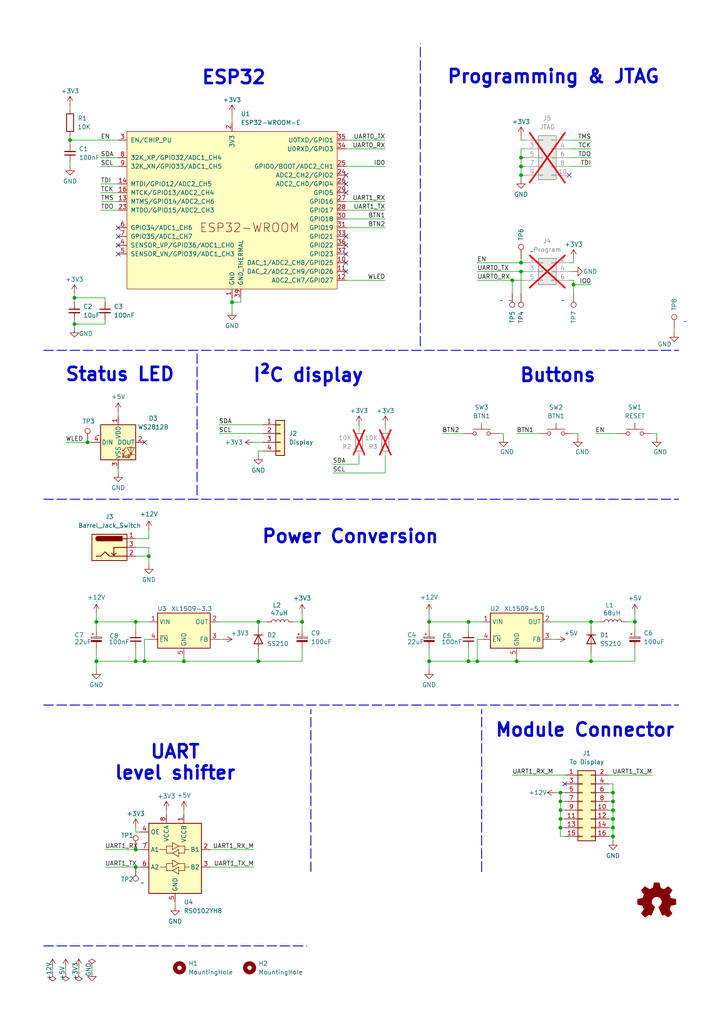
<source format=kicad_sch>
(kicad_sch (version 20231120) (generator "eeschema") (generator_version "8.0")
  (paper "A4" portrait)
  (title_block (title "Controller") (date "${DATE}") (rev "2.0.4 DEV") (company "OpenFlap") (comment 1 "${GIT_TAG}") (comment 2 "Repo: github.com/ToonVanEyck/OpenFlap") (comment 3 "Designer: Toon Van Eyck"))
  (lib_symbols
    (symbol "Connector:Barrel_Jack_Switch" (pin_names hide)
      (property "Reference" "J" (at 0 5.334 0))
      (property "Value" "Barrel_Jack_Switch" (at 0 -5.08 0))
      (symbol "Barrel_Jack_Switch_1_1"
        (pin passive line (at 7.62 2.54 180) (length 2.54) (name "~") (number "1"))
        (pin passive line (at 7.62 -2.54 180) (length 2.54) (name "~") (number "2"))
        (pin passive line (at 7.62 0 180) (length 2.54) (name "~") (number "3"))
      )
    )
    (symbol "Connector:TestPoint" (pin_numbers hide) (pin_names (offset 0.762) hide)
      (property "Reference" "TP" (at 0 6.858 0))
      (property "Value" "TestPoint" (at 0 5.08 0))
      (symbol "TestPoint_1_1"
        (pin passive line (at 0 0 90) (length 2.54) (name "1") (number "1"))
      )
    )
    (symbol "Connector_Generic:Conn_01x04" (pin_names (offset 1.016) hide)
      (property "Reference" "J" (at 0 5.08 0))
      (property "Value" "Conn_01x04" (at 0 -7.62 0))
      (symbol "Conn_01x04_1_1"
        (pin passive line (at -5.08 2.54 0) (length 3.81) (name "Pin_1") (number "1"))
        (pin passive line (at -5.08 0 0) (length 3.81) (name "Pin_2") (number "2"))
        (pin passive line (at -5.08 -2.54 0) (length 3.81) (name "Pin_3") (number "3"))
        (pin passive line (at -5.08 -5.08 0) (length 3.81) (name "Pin_4") (number "4"))
      )
    )
    (symbol "Connector_Generic:Conn_02x03_Odd_Even" (pin_names (offset 1.016) hide)
      (property "Reference" "J" (at 1.27 5.08 0))
      (property "Value" "Conn_02x03_Odd_Even" (at 1.27 -5.08 0))
      (symbol "Conn_02x03_Odd_Even_1_1"
        (pin passive line (at -5.08 2.54 0) (length 3.81) (name "Pin_1") (number "1"))
        (pin passive line (at 7.62 2.54 180) (length 3.81) (name "Pin_2") (number "2"))
        (pin passive line (at -5.08 0 0) (length 3.81) (name "Pin_3") (number "3"))
        (pin passive line (at 7.62 0 180) (length 3.81) (name "Pin_4") (number "4"))
        (pin passive line (at -5.08 -2.54 0) (length 3.81) (name "Pin_5") (number "5"))
        (pin passive line (at 7.62 -2.54 180) (length 3.81) (name "Pin_6") (number "6"))
      )
    )
    (symbol "Connector_Generic:Conn_02x05_Odd_Even" (pin_names (offset 1.016) hide)
      (property "Reference" "J" (at 1.27 7.62 0))
      (property "Value" "Conn_02x05_Odd_Even" (at 1.27 -7.62 0))
      (symbol "Conn_02x05_Odd_Even_1_1"
        (pin passive line (at -5.08 5.08 0) (length 3.81) (name "Pin_1") (number "1"))
        (pin passive line (at 7.62 -5.08 180) (length 3.81) (name "Pin_10") (number "10"))
        (pin passive line (at 7.62 5.08 180) (length 3.81) (name "Pin_2") (number "2"))
        (pin passive line (at -5.08 2.54 0) (length 3.81) (name "Pin_3") (number "3"))
        (pin passive line (at 7.62 2.54 180) (length 3.81) (name "Pin_4") (number "4"))
        (pin passive line (at -5.08 0 0) (length 3.81) (name "Pin_5") (number "5"))
        (pin passive line (at 7.62 0 180) (length 3.81) (name "Pin_6") (number "6"))
        (pin passive line (at -5.08 -2.54 0) (length 3.81) (name "Pin_7") (number "7"))
        (pin passive line (at 7.62 -2.54 180) (length 3.81) (name "Pin_8") (number "8"))
        (pin passive line (at -5.08 -5.08 0) (length 3.81) (name "Pin_9") (number "9"))
      )
    )
    (symbol "Connector_Generic:Conn_02x08_Odd_Even" (pin_names (offset 1.016) hide)
      (property "Reference" "J" (at 1.27 10.16 0))
      (property "Value" "Conn_02x08_Odd_Even" (at 1.27 -12.7 0))
      (symbol "Conn_02x08_Odd_Even_1_1"
        (pin passive line (at -5.08 7.62 0) (length 3.81) (name "Pin_1") (number "1"))
        (pin passive line (at 7.62 -2.54 180) (length 3.81) (name "Pin_10") (number "10"))
        (pin passive line (at -5.08 -5.08 0) (length 3.81) (name "Pin_11") (number "11"))
        (pin passive line (at 7.62 -5.08 180) (length 3.81) (name "Pin_12") (number "12"))
        (pin passive line (at -5.08 -7.62 0) (length 3.81) (name "Pin_13") (number "13"))
        (pin passive line (at 7.62 -7.62 180) (length 3.81) (name "Pin_14") (number "14"))
        (pin passive line (at -5.08 -10.16 0) (length 3.81) (name "Pin_15") (number "15"))
        (pin passive line (at 7.62 -10.16 180) (length 3.81) (name "Pin_16") (number "16"))
        (pin passive line (at 7.62 7.62 180) (length 3.81) (name "Pin_2") (number "2"))
        (pin passive line (at -5.08 5.08 0) (length 3.81) (name "Pin_3") (number "3"))
        (pin passive line (at 7.62 5.08 180) (length 3.81) (name "Pin_4") (number "4"))
        (pin passive line (at -5.08 2.54 0) (length 3.81) (name "Pin_5") (number "5"))
        (pin passive line (at 7.62 2.54 180) (length 3.81) (name "Pin_6") (number "6"))
        (pin passive line (at -5.08 0 0) (length 3.81) (name "Pin_7") (number "7"))
        (pin passive line (at 7.62 0 180) (length 3.81) (name "Pin_8") (number "8"))
        (pin passive line (at -5.08 -2.54 0) (length 3.81) (name "Pin_9") (number "9"))
      )
    )
    (symbol "Device:C_Polarized_Small" (pin_numbers hide) (pin_names (offset 0.254) hide)
      (property "Reference" "C" (at 0.254 1.778 0))
      (property "Value" "C_Polarized_Small" (at 0.254 -2.032 0))
      (symbol "C_Polarized_Small_1_1"
        (pin passive line (at 0 2.54 270) (length 1.8542) (name "~") (number "1"))
        (pin passive line (at 0 -2.54 90) (length 1.8542) (name "~") (number "2"))
      )
    )
    (symbol "Device:C_Small" (pin_numbers hide) (pin_names (offset 0.254) hide)
      (property "Reference" "C" (at 0.254 1.778 0))
      (property "Value" "C_Small" (at 0.254 -2.032 0))
      (symbol "C_Small_1_1"
        (pin passive line (at 0 2.54 270) (length 2.032) (name "~") (number "1"))
        (pin passive line (at 0 -2.54 90) (length 2.032) (name "~") (number "2"))
      )
    )
    (symbol "Device:D" (pin_numbers hide) (pin_names (offset 1.016) hide)
      (property "Reference" "D" (at 0 2.54 0))
      (property "Value" "D" (at 0 -2.54 0))
      (symbol "D_1_1"
        (pin passive line (at -3.81 0 0) (length 2.54) (name "K") (number "1"))
        (pin passive line (at 3.81 0 180) (length 2.54) (name "A") (number "2"))
      )
    )
    (symbol "Device:L" (pin_numbers hide) (pin_names (offset 1.016) hide)
      (property "Reference" "L" (at -1.27 0 90))
      (property "Value" "L" (at 1.905 0 90))
      (symbol "L_1_1"
        (pin passive line (at 0 3.81 270) (length 1.27) (name "1") (number "1"))
        (pin passive line (at 0 -3.81 90) (length 1.27) (name "2") (number "2"))
      )
    )
    (symbol "Device:R" (pin_numbers hide) (pin_names (offset 0))
      (property "Reference" "R" (at 2.032 0 90))
      (property "Value" "R" (at 0 0 90))
      (symbol "R_1_1"
        (pin passive line (at 0 3.81 270) (length 1.27) (name "~") (number "1"))
        (pin passive line (at 0 -3.81 90) (length 1.27) (name "~") (number "2"))
      )
    )
    (symbol "Graphic:Logo_Open_Hardware_Small" (in_bom no) (on_board no))
    (symbol "LED:WS2812B" (pin_names (offset 0.254))
      (property "Reference" "D" (at 5.08 5.715 0))
      (property "Value" "WS2812B" (at 1.27 -5.715 0))
      (symbol "WS2812B_0_0"
        (text "RGB" (at 2.286 -4.191 0) (effects (font (size 0.762 0.762))))
      )
      (symbol "WS2812B_1_1"
        (pin power_in line (at 0 7.62 270) (length 2.54) (name "VDD") (number "1"))
        (pin output line (at 7.62 0 180) (length 2.54) (name "DOUT") (number "2"))
        (pin power_in line (at 0 -7.62 90) (length 2.54) (name "VSS") (number "3"))
        (pin input line (at -7.62 0 0) (length 2.54) (name "DIN") (number "4"))
      )
    )
    (symbol "Mechanical:MountingHole" (pin_names (offset 1.016)) (exclude_from_sim yes) (in_bom no)
      (property "Reference" "H" (at 0 5.08 0))
      (property "Value" "MountingHole" (at 0 3.175 0))
    )
    (symbol "PCM_Espressif:ESP32-S3-WROOM-1" (pin_names (offset 1.016))
      (property "Reference" "U" (at -43.18 43.18 0))
      (property "Value" "ESP32-S3-WROOM-1" (at -43.18 40.64 0))
      (symbol "ESP32-S3-WROOM-1_0_0"
        (text "ESP32-S3-WROOM-1" (at -20.32 0 0) (effects (font (size 2.54 2.54))))
        (pin power_in line (at 0 -40.64 90) (length 2.54) (name "GND") (number "1"))
        (pin bidirectional line (at 45.72 -17.78 180) (length 2.54) (name "GPIO17/U1TXD/ADC2_CH6") (number "10"))
        (pin bidirectional line (at 45.72 -20.32 180) (length 2.54) (name "GPIO18/U1RXD/ADC2_CH7/CLK_OUT3") (number "11"))
        (pin bidirectional line (at 45.72 0 180) (length 2.54) (name "GPIO8/TOUCH8/ADC1_CH7/SUBSPICS1") (number "12"))
        (pin bidirectional line (at 45.72 25.4 180) (length 2.54) (name "GPIO19/U1RTS/ADC2_CH8/CLK_OUT2/USB_D-") (number "13"))
        (pin bidirectional line (at 45.72 27.94 180) (length 2.54) (name "GPIO20/U1CTS/ADC2_CH9/CLK_OUT1/USB_D+") (number "14"))
        (pin bidirectional line (at 45.72 12.7 180) (length 2.54) (name "GPIO3/TOUCH3/ADC1_CH2") (number "15"))
        (pin bidirectional line (at 45.72 -30.48 180) (length 2.54) (name "GPIO46") (number "16"))
        (pin bidirectional line (at 45.72 -2.54 180) (length 2.54) (name "GPIO9/TOUCH9/ADC1_CH8/FSPIHD/SUBSPIHD") (number "17"))
        (pin bidirectional line (at 45.72 -5.08 180) (length 2.54) (name "GPIO10/TOUCH10/ADC1_CH9/FSPICS0/FSPIIO4/SUBSPICS0") (number "18"))
        (pin bidirectional line (at 45.72 -7.62 180) (length 2.54) (name "GPIO11/TOUCH11/ADC2_CH0/FSPID/FSPIIO5/SUBSPID") (number "19"))
        (pin power_in line (at 0 40.64 270) (length 2.54) (name "3V3") (number "2"))
        (pin bidirectional line (at 45.72 -10.16 180) (length 2.54) (name "GPIO12/TOUCH12/ADC2_CH1/FSPICLK/FSPIIO6/SUBSPICLK") (number "20"))
        (pin bidirectional line (at 45.72 -12.7 180) (length 2.54) (name "GPIO13/TOUCH13/ADC2_CH2/FSPIQ/FSPIIO7/SUBSPIQ") (number "21"))
        (pin bidirectional line (at 45.72 -15.24 180) (length 2.54) (name "GPIO14/TOUCH14/ADC2_CH3/FSPIWP/FSPIDQS/SUBSPIWP") (number "22"))
        (pin bidirectional line (at 45.72 -22.86 180) (length 2.54) (name "GPIO21") (number "23"))
        (pin bidirectional line (at 45.72 -33.02 180) (length 2.54) (name "GPIO47/SPICLK_P/SUBSPICLK_P_DIFF") (number "24"))
        (pin bidirectional line (at 45.72 -35.56 180) (length 2.54) (name "GPIO48/SPICLK_N/SUBSPICLK_N_DIFF") (number "25"))
        (pin bidirectional line (at 45.72 -27.94 180) (length 2.54) (name "GPIO45") (number "26"))
        (pin bidirectional line (at 45.72 20.32 180) (length 2.54) (name "GPIO0/BOOT") (number "27"))
        (pin bidirectional line (at -45.72 -30.48 0) (length 2.54) (name "SPIIO6/GPIO35/FSPID/SUBSPID") (number "28"))
        (pin bidirectional line (at -45.72 -33.02 0) (length 2.54) (name "SPIIO7/GPIO36/FSPICLK/SUBSPICLK") (number "29"))
        (pin input line (at -45.72 35.56 0) (length 2.54) (name "EN") (number "3"))
        (pin bidirectional line (at -45.72 -35.56 0) (length 2.54) (name "SPIDQS/GPIO37/FSPIQ/SUBSPIQ") (number "30"))
        (pin bidirectional line (at 45.72 -25.4 180) (length 2.54) (name "GPIO38/FSPIWP/SUBSPIWP") (number "31"))
        (pin bidirectional line (at -45.72 20.32 0) (length 2.54) (name "MTCK/GPIO39/CLK_OUT3/SUBSPICS1") (number "32"))
        (pin bidirectional line (at -45.72 17.78 0) (length 2.54) (name "MTDO/GPIO40/CLK_OUT2") (number "33"))
        (pin bidirectional line (at -45.72 15.24 0) (length 2.54) (name "MTDI/GPIO41/CLK_OUT1") (number "34"))
        (pin bidirectional line (at -45.72 12.7 0) (length 2.54) (name "MTMS/GPIO42") (number "35"))
        (pin bidirectional line (at 45.72 33.02 180) (length 2.54) (name "U0RXD/GPIO44/CLK_OUT2") (number "36"))
        (pin bidirectional line (at 45.72 35.56 180) (length 2.54) (name "U0TXD/GPIO43/CLK_OUT1") (number "37"))
        (pin bidirectional line (at 45.72 15.24 180) (length 2.54) (name "GPIO2/TOUCH2/ADC1_CH1") (number "38"))
        (pin bidirectional line (at 45.72 17.78 180) (length 2.54) (name "GPIO1/TOUCH1/ADC1_CH0") (number "39"))
        (pin bidirectional line (at 45.72 10.16 180) (length 2.54) (name "GPIO4/TOUCH4/ADC1_CH3") (number "4"))
        (pin passive line (at 0 -40.64 90) (length 2.54) hide (name "GND") (number "40"))
        (pin passive line (at 0 -40.64 90) (length 2.54) hide (name "GND") (number "41"))
        (pin bidirectional line (at 45.72 7.62 180) (length 2.54) (name "GPIO5/TOUCH5/ADC1_CH4") (number "5"))
        (pin bidirectional line (at 45.72 5.08 180) (length 2.54) (name "GPIO6/TOUCH6/ADC1_CH5") (number "6"))
        (pin bidirectional line (at 45.72 2.54 180) (length 2.54) (name "GPIO7/TOUCH7/ADC1_CH6") (number "7"))
        (pin bidirectional line (at -45.72 27.94 0) (length 2.54) (name "GPIO15/U0RTS/ADC2_CH4/XTAL_32K_P") (number "8"))
        (pin bidirectional line (at -45.72 25.4 0) (length 2.54) (name "GPIO16/U0CTS/ADC2_CH5/XTAL_32K_N") (number "9"))
      )
    )
    (symbol "PCM_Espressif:ESP32-WROOM-E" (pin_names (offset 1.016))
      (property "Reference" "U" (at -30.48 27.94 0))
      (property "Value" "ESP32-WROOM-E" (at -30.48 25.4 0))
      (symbol "ESP32-WROOM-E_1_1"
        (text "ESP32-­WROOM­" (at 5.08 -5.08 0) (effects (font (size 2.54 2.54))))
        (pin power_in line (at 0 -25.4 90) (length 2.54) (name "GND") (number "1"))
        (pin bidirectional line (at 33.02 -15.24 180) (length 2.54) (name "DAC_1/ADC2_CH8/GPIO25") (number "10"))
        (pin bidirectional line (at 33.02 -17.78 180) (length 2.54) (name "DAC_2/ADC2_CH9/GPIO26") (number "11"))
        (pin bidirectional line (at 33.02 -20.32 180) (length 2.54) (name "ADC2_CH7/GPIO27") (number "12"))
        (pin bidirectional line (at -33.02 2.54 0) (length 2.54) (name "MTMS/GPIO14/ADC2_CH6") (number "13"))
        (pin bidirectional line (at -33.02 7.62 0) (length 2.54) (name "MTDI/GPIO12/ADC2_CH5") (number "14"))
        (pin passive line (at 0 -25.4 90) (length 2.54) hide (name "GND") (number "15"))
        (pin bidirectional line (at -33.02 5.08 0) (length 2.54) (name "MTCK/GPIO13/ADC2_CH4") (number "16"))
        (pin power_in line (at 0 25.4 270) (length 2.54) (name "3V3") (number "2"))
        (pin bidirectional line (at -33.02 0 0) (length 2.54) (name "MTDO/GPIO15/ADC2_CH3") (number "23"))
        (pin bidirectional line (at 33.02 10.16 180) (length 2.54) (name "ADC2_CH2/GPIO2") (number "24"))
        (pin bidirectional line (at 33.02 12.7 180) (length 2.54) (name "GPIO0/BOOT/ADC2_CH1") (number "25"))
        (pin bidirectional line (at 33.02 7.62 180) (length 2.54) (name "ADC2_CH0/GPIO4") (number "26"))
        (pin bidirectional line (at 33.02 2.54 180) (length 2.54) (name "GPIO16") (number "27"))
        (pin bidirectional line (at 33.02 0 180) (length 2.54) (name "GPIO17") (number "28"))
        (pin bidirectional line (at 33.02 5.08 180) (length 2.54) (name "GPIO5") (number "29"))
        (pin input line (at -33.02 20.32 0) (length 2.54) (name "EN/CHIP_PU") (number "3"))
        (pin bidirectional line (at 33.02 -2.54 180) (length 2.54) (name "GPIO18") (number "30"))
        (pin bidirectional line (at 33.02 -5.08 180) (length 2.54) (name "GPIO19") (number "31"))
        (pin bidirectional line (at 33.02 -7.62 180) (length 2.54) (name "GPIO21") (number "33"))
        (pin bidirectional line (at 33.02 17.78 180) (length 2.54) (name "U0RXD/GPIO3") (number "34"))
        (pin bidirectional line (at 33.02 20.32 180) (length 2.54) (name "U0TXD/GPIO1") (number "35"))
        (pin bidirectional line (at 33.02 -10.16 180) (length 2.54) (name "GPIO22") (number "36"))
        (pin bidirectional line (at 33.02 -12.7 180) (length 2.54) (name "GPIO23") (number "37"))
        (pin passive line (at 0 -25.4 90) (length 2.54) hide (name "GND") (number "38"))
        (pin power_in line (at 2.54 -25.4 90) (length 2.54) (name "GND_THERMAL") (number "39"))
        (pin input line (at -33.02 -10.16 0) (length 2.54) (name "SENSOR_VP/GPIO36/ADC1_CH0") (number "4"))
        (pin input line (at -33.02 -12.7 0) (length 2.54) (name "SENSOR_VN/GPIO39/ADC1_CH3") (number "5"))
        (pin input line (at -33.02 -5.08 0) (length 2.54) (name "GPIO34/ADC1_CH6") (number "6"))
        (pin input line (at -33.02 -7.62 0) (length 2.54) (name "GPIO35/ADC1_CH7") (number "7"))
        (pin bidirectional line (at -33.02 15.24 0) (length 2.54) (name "32K_XP/GPIO32/ADC1_CH4") (number "8"))
        (pin bidirectional line (at -33.02 12.7 0) (length 2.54) (name "32K_XN/GPIO33/ADC1_CH5") (number "9"))
      )
    )
    (symbol "RS0102Y:RS0102Y"
      (property "Reference" "U" (at 2.512 -12.7 0))
      (property "Value" "RS0102YH8" (at 2.512 -15.24 0))
      (symbol "RS0102Y_1_1"
        (pin power_in line (at 2.54 12.7 270) (length 2.54) (name "VCCB") (number "1"))
        (pin bidirectional line (at 10.16 2.54 180) (length 2.54) (name "B1") (number "2"))
        (pin bidirectional line (at 10.16 -2.54 180) (length 2.54) (name "B2") (number "3"))
        (pin input line (at -10.16 7.62 0) (length 2.54) (name "OE") (number "4"))
        (pin power_in line (at 0 -12.7 90) (length 2.54) (name "GND") (number "5"))
        (pin bidirectional line (at -10.16 -2.54 0) (length 2.54) (name "A2") (number "6"))
        (pin bidirectional line (at -10.16 2.54 0) (length 2.54) (name "A1") (number "7"))
        (pin power_in line (at -2.54 12.7 270) (length 2.54) (name "VCCA") (number "8"))
      )
    )
    (symbol "Regulator_Switching:XL1509-5.0"
      (property "Reference" "U" (at -7.112 6.096 0))
      (property "Value" "XL1509-5.0" (at 5.842 6.096 0))
      (symbol "XL1509-5.0_1_1"
        (pin power_in line (at -10.16 2.54 0) (length 2.54) (name "VIN") (number "1"))
        (pin power_out line (at 10.16 2.54 180) (length 2.54) (name "OUT") (number "2"))
        (pin input line (at 10.16 -2.54 180) (length 2.54) (name "FB") (number "3"))
        (pin input line (at -10.16 -2.54 0) (length 2.54) (name "~{EN}") (number "4"))
        (pin power_in line (at 0 -7.62 90) (length 2.54) (name "GND") (number "5"))
        (pin passive line (at 0 -7.62 90) (length 2.54) hide (name "GND") (number "6"))
        (pin passive line (at 0 -7.62 90) (length 2.54) hide (name "GND") (number "7"))
        (pin passive line (at 0 -7.62 90) (length 2.54) hide (name "GND") (number "8"))
      )
    )
    (symbol "Switch:SW_Push" (pin_numbers hide) (pin_names (offset 1.016) hide)
      (property "Reference" "SW" (at 1.27 2.54 0))
      (property "Value" "SW_Push" (at 0 -1.524 0))
      (symbol "SW_Push_0_1"
        (pin passive line (at -5.08 0 0) (length 2.54) (name "1") (number "1"))
        (pin passive line (at 5.08 0 180) (length 2.54) (name "2") (number "2"))
      )
    )
    (symbol "power:+12V" (power) (pin_numbers hide) (pin_names (offset 0) hide)
      (property "Value" "+12V" (at 0 3.556 0))
      (symbol "+12V_1_1"
        (pin power_in line (at 0 0 90) (length 0) (name "~") (number "1"))
      )
    )
    (symbol "power:+3V3" (power) (pin_numbers hide) (pin_names (offset 0) hide)
      (property "Value" "+3V3" (at 0 3.556 0))
      (symbol "+3V3_1_1"
        (pin power_in line (at 0 0 90) (length 0) (name "~") (number "1"))
      )
    )
    (symbol "power:+5V" (power) (pin_numbers hide) (pin_names (offset 0) hide)
      (property "Value" "+5V" (at 0 3.556 0))
      (symbol "+5V_1_1"
        (pin power_in line (at 0 0 90) (length 0) (name "~") (number "1"))
      )
    )
    (symbol "power:GND" (power) (pin_numbers hide) (pin_names (offset 0) hide)
      (property "Value" "GND" (at 0 -3.81 0))
      (symbol "GND_1_1"
        (pin power_in line (at 0 0 270) (length 0) (name "~") (number "1"))
      )
    )
    (symbol "power:PWR_FLAG" (power) (pin_numbers hide) (pin_names (offset 0) hide)
      (property "Value" "PWR_FLAG" (at 0 3.81 0))
      (symbol "PWR_FLAG_0_0"
        (pin power_out line (at 0 0 90) (length 0) (name "~") (number "1"))
      )
    )
  )
  (junction (at 151.13 50.8))
  (junction (at 162.56 232.41))
  (junction (at 67.31 87.63))
  (junction (at 87.63 180.34))
  (junction (at 166.37 82.55))
  (junction (at 162.56 240.03))
  (junction (at 27.94 180.34))
  (junction (at 20.32 40.64))
  (junction (at 25.4 128.27))
  (junction (at 162.56 237.49))
  (junction (at 151.13 45.72))
  (junction (at 21.59 93.98))
  (junction (at 177.8 237.49))
  (junction (at 162.56 229.87))
  (junction (at 135.89 191.77))
  (junction (at 177.8 234.95))
  (junction (at 39.37 246.38))
  (junction (at 27.94 191.77))
  (junction (at 177.8 242.57))
  (junction (at 177.8 240.03))
  (junction (at 124.46 191.77))
  (junction (at 149.86 191.77))
  (junction (at 151.13 78.74))
  (junction (at 171.45 180.34))
  (junction (at 74.93 180.34))
  (junction (at 171.45 191.77))
  (junction (at 151.13 48.26))
  (junction (at 148.59 81.28))
  (junction (at 39.37 191.77))
  (junction (at 21.59 86.36))
  (junction (at 177.8 229.87))
  (junction (at 135.89 180.34))
  (junction (at 177.8 232.41))
  (junction (at 138.43 191.77))
  (junction (at 39.37 251.46))
  (junction (at 74.93 191.77))
  (junction (at 43.18 161.29))
  (junction (at 184.15 180.34))
  (junction (at 151.13 76.2))
  (junction (at 39.37 180.34))
  (junction (at 162.56 234.95))
  (junction (at 41.91 191.77))
  (junction (at 124.46 180.34))
  (junction (at 53.34 191.77))
  (no_connect (at 34.29 66.04))
  (no_connect (at 100.33 55.88))
  (no_connect (at 34.29 68.58))
  (no_connect (at 100.33 53.34))
  (no_connect (at 100.33 73.66))
  (no_connect (at 34.29 73.66))
  (no_connect (at 100.33 78.74))
  (no_connect (at 100.33 68.58))
  (no_connect (at 34.29 71.12))
  (no_connect (at 165.1 50.8))
  (no_connect (at 100.33 71.12))
  (no_connect (at 163.83 227.33))
  (no_connect (at 100.33 76.2))
  (no_connect (at 100.33 50.8))
  (no_connect (at 41.91 128.27))
  (wire (pts (xy 151.13 74.93) (xy 151.13 76.2)))
  (wire (pts (xy 39.37 180.34) (xy 27.94 180.34)))
  (wire (pts (xy 151.13 48.26) (xy 151.13 50.8)))
  (wire (pts (xy 67.31 86.36) (xy 67.31 87.63)))
  (wire (pts (xy 69.85 87.63) (xy 67.31 87.63)))
  (wire (pts (xy 151.13 78.74) (xy 152.4 78.74)))
  (wire (pts (xy 165.1 48.26) (xy 171.45 48.26)))
  (wire (pts (xy 190.5 125.73) (xy 190.5 127)))
  (wire (pts (xy 138.43 191.77) (xy 149.86 191.77)))
  (wire (pts (xy 176.53 234.95) (xy 177.8 234.95)))
  (wire (pts (xy 162.56 242.57) (xy 163.83 242.57)))
  (wire (pts (xy 34.29 60.96) (xy 29.21 60.96)))
  (wire (pts (xy 165.1 45.72) (xy 171.45 45.72)))
  (wire (pts (xy 100.33 58.42) (xy 111.76 58.42)))
  (wire (pts (xy 39.37 180.34) (xy 43.18 180.34)))
  (wire (pts (xy 15.24 280.67) (xy 15.24 281.94)))
  (wire (pts (xy 176.53 232.41) (xy 177.8 232.41)))
  (wire (pts (xy 162.56 232.41) (xy 162.56 234.95)))
  (wire (pts (xy 20.32 30.48) (xy 20.32 31.75)))
  (wire (pts (xy 148.59 81.28) (xy 152.4 81.28)))
  (wire (pts (xy 162.56 234.95) (xy 163.83 234.95)))
  (polyline (pts (xy 57.15 143.51) (xy 57.15 101.6)) (stroke (width 0.254) (type dash)))
  (polyline (pts (xy 12.7 144.78) (xy 196.85 144.78)) (stroke (width 0.254) (type dash)))
  (wire (pts (xy 177.8 227.33) (xy 177.8 229.87)))
  (wire (pts (xy 87.63 180.34) (xy 87.63 182.88)))
  (wire (pts (xy 152.4 40.64) (xy 151.13 40.64)))
  (wire (pts (xy 163.83 229.87) (xy 162.56 229.87)))
  (wire (pts (xy 43.18 158.75) (xy 43.18 161.29)))
  (wire (pts (xy 74.93 180.34) (xy 74.93 181.61)))
  (wire (pts (xy 34.29 119.38) (xy 34.29 120.65)))
  (wire (pts (xy 43.18 156.21) (xy 43.18 153.67)))
  (wire (pts (xy 100.33 40.64) (xy 111.76 40.64)))
  (wire (pts (xy 53.34 190.5) (xy 53.34 191.77)))
  (wire (pts (xy 184.15 191.77) (xy 184.15 187.96)))
  (wire (pts (xy 41.91 191.77) (xy 53.34 191.77)))
  (wire (pts (xy 162.56 240.03) (xy 163.83 240.03)))
  (polyline (pts (xy 12.7 274.32) (xy 88.9 274.32)) (stroke (width 0.254) (type dash)))
  (wire (pts (xy 162.56 237.49) (xy 163.83 237.49)))
  (wire (pts (xy 165.1 78.74) (xy 166.37 78.74)))
  (wire (pts (xy 20.32 40.64) (xy 34.29 40.64)))
  (wire (pts (xy 151.13 45.72) (xy 151.13 48.26)))
  (wire (pts (xy 124.46 191.77) (xy 124.46 194.31)))
  (wire (pts (xy 104.14 132.08) (xy 104.14 134.62)))
  (wire (pts (xy 162.56 237.49) (xy 162.56 240.03)))
  (wire (pts (xy 165.1 40.64) (xy 171.45 40.64)))
  (polyline (pts (xy 90.17 252.73) (xy 90.17 205.74)) (stroke (width 0.254) (type dash)))
  (wire (pts (xy 161.29 229.87) (xy 162.56 229.87)))
  (wire (pts (xy 39.37 180.34) (xy 39.37 182.88)))
  (wire (pts (xy 22.86 280.67) (xy 22.86 281.94)))
  (wire (pts (xy 166.37 82.55) (xy 171.45 82.55)))
  (wire (pts (xy 176.53 237.49) (xy 177.8 237.49)))
  (wire (pts (xy 96.52 137.16) (xy 111.76 137.16)))
  (wire (pts (xy 27.94 180.34) (xy 27.94 177.8)))
  (wire (pts (xy 135.89 187.96) (xy 135.89 191.77)))
  (wire (pts (xy 87.63 177.8) (xy 87.63 180.34)))
  (wire (pts (xy 148.59 81.28) (xy 148.59 85.09)))
  (polyline (pts (xy 12.7 101.6) (xy 196.85 101.6)) (stroke (width 0.254) (type dash)))
  (wire (pts (xy 124.46 191.77) (xy 135.89 191.77)))
  (wire (pts (xy 177.8 242.57) (xy 177.8 243.84)))
  (wire (pts (xy 34.29 45.72) (xy 29.21 45.72)))
  (wire (pts (xy 34.29 58.42) (xy 29.21 58.42)))
  (wire (pts (xy 74.93 180.34) (xy 77.47 180.34)))
  (wire (pts (xy 135.89 191.77) (xy 138.43 191.77)))
  (wire (pts (xy 151.13 45.72) (xy 152.4 45.72)))
  (wire (pts (xy 26.67 280.67) (xy 26.67 281.94)))
  (wire (pts (xy 21.59 85.09) (xy 21.59 86.36)))
  (wire (pts (xy 149.86 190.5) (xy 149.86 191.77)))
  (wire (pts (xy 63.5 180.34) (xy 74.93 180.34)))
  (wire (pts (xy 166.37 125.73) (xy 167.64 125.73)))
  (wire (pts (xy 189.23 125.73) (xy 190.5 125.73)))
  (wire (pts (xy 27.94 191.77) (xy 27.94 194.31)))
  (wire (pts (xy 162.56 240.03) (xy 162.56 242.57)))
  (wire (pts (xy 171.45 180.34) (xy 173.99 180.34)))
  (wire (pts (xy 100.33 66.04) (xy 111.76 66.04)))
  (wire (pts (xy 144.78 125.73) (xy 146.05 125.73)))
  (wire (pts (xy 87.63 191.77) (xy 87.63 187.96)))
  (wire (pts (xy 21.59 86.36) (xy 21.59 87.63)))
  (polyline (pts (xy 121.92 100.33) (xy 121.92 12.7)) (stroke (width 0.254) (type dash)))
  (wire (pts (xy 43.18 185.42) (xy 41.91 185.42)))
  (wire (pts (xy 30.48 92.71) (xy 30.48 93.98)))
  (wire (pts (xy 74.93 130.81) (xy 74.93 132.08)))
  (wire (pts (xy 176.53 227.33) (xy 177.8 227.33)))
  (wire (pts (xy 67.31 87.63) (xy 67.31 90.17)))
  (wire (pts (xy 177.8 234.95) (xy 177.8 237.49)))
  (wire (pts (xy 21.59 86.36) (xy 30.48 86.36)))
  (wire (pts (xy 63.5 185.42) (xy 64.77 185.42)))
  (wire (pts (xy 166.37 74.93) (xy 166.37 76.2)))
  (wire (pts (xy 138.43 78.74) (xy 151.13 78.74)))
  (wire (pts (xy 162.56 234.95) (xy 162.56 237.49)))
  (wire (pts (xy 25.4 128.27) (xy 26.67 128.27)))
  (wire (pts (xy 34.29 53.34) (xy 29.21 53.34)))
  (wire (pts (xy 162.56 232.41) (xy 163.83 232.41)))
  (wire (pts (xy 151.13 50.8) (xy 151.13 52.07)))
  (wire (pts (xy 162.56 229.87) (xy 162.56 232.41)))
  (wire (pts (xy 160.02 180.34) (xy 171.45 180.34)))
  (wire (pts (xy 151.13 78.74) (xy 151.13 85.09)))
  (wire (pts (xy 20.32 40.64) (xy 20.32 41.91)))
  (wire (pts (xy 139.7 185.42) (xy 138.43 185.42)))
  (wire (pts (xy 30.48 251.46) (xy 39.37 251.46)))
  (wire (pts (xy 171.45 189.23) (xy 171.45 191.77)))
  (wire (pts (xy 151.13 76.2) (xy 152.4 76.2)))
  (wire (pts (xy 43.18 161.29) (xy 43.18 163.83)))
  (wire (pts (xy 181.61 180.34) (xy 184.15 180.34)))
  (wire (pts (xy 177.8 234.95) (xy 177.8 232.41)))
  (wire (pts (xy 111.76 132.08) (xy 111.76 137.16)))
  (wire (pts (xy 165.1 43.18) (xy 171.45 43.18)))
  (wire (pts (xy 172.72 125.73) (xy 179.07 125.73)))
  (wire (pts (xy 74.93 189.23) (xy 74.93 191.77)))
  (wire (pts (xy 100.33 81.28) (xy 111.76 81.28)))
  (wire (pts (xy 167.64 125.73) (xy 167.64 127)))
  (wire (pts (xy 69.85 86.36) (xy 69.85 87.63)))
  (wire (pts (xy 138.43 81.28) (xy 148.59 81.28)))
  (wire (pts (xy 184.15 180.34) (xy 184.15 182.88)))
  (wire (pts (xy 111.76 123.19) (xy 111.76 124.46)))
  (wire (pts (xy 166.37 82.55) (xy 166.37 85.09)))
  (wire (pts (xy 124.46 180.34) (xy 124.46 182.88)))
  (wire (pts (xy 67.31 33.02) (xy 67.31 35.56)))
  (wire (pts (xy 151.13 40.64) (xy 151.13 39.37)))
  (polyline (pts (xy 12.7 204.47) (xy 196.85 204.47)) (stroke (width 0.254) (type dash)))
  (wire (pts (xy 30.48 246.38) (xy 39.37 246.38)))
  (wire (pts (xy 27.94 191.77) (xy 39.37 191.77)))
  (wire (pts (xy 138.43 76.2) (xy 151.13 76.2)))
  (wire (pts (xy 138.43 185.42) (xy 138.43 191.77)))
  (wire (pts (xy 20.32 39.37) (xy 20.32 40.64)))
  (wire (pts (xy 27.94 187.96) (xy 27.94 191.77)))
  (wire (pts (xy 39.37 191.77) (xy 41.91 191.77)))
  (wire (pts (xy 39.37 240.03) (xy 39.37 241.3)))
  (wire (pts (xy 151.13 48.26) (xy 152.4 48.26)))
  (wire (pts (xy 74.93 191.77) (xy 87.63 191.77)))
  (wire (pts (xy 39.37 161.29) (xy 43.18 161.29)))
  (wire (pts (xy 39.37 156.21) (xy 43.18 156.21)))
  (wire (pts (xy 96.52 134.62) (xy 104.14 134.62)))
  (wire (pts (xy 60.96 251.46) (xy 73.66 251.46)))
  (wire (pts (xy 184.15 177.8) (xy 184.15 180.34)))
  (wire (pts (xy 40.64 241.3) (xy 39.37 241.3)))
  (wire (pts (xy 19.05 128.27) (xy 25.4 128.27)))
  (wire (pts (xy 165.1 81.28) (xy 166.37 81.28)))
  (wire (pts (xy 177.8 242.57) (xy 177.8 240.03)))
  (wire (pts (xy 160.02 185.42) (xy 161.29 185.42)))
  (wire (pts (xy 100.33 63.5) (xy 111.76 63.5)))
  (wire (pts (xy 100.33 43.18) (xy 111.76 43.18)))
  (wire (pts (xy 104.14 123.19) (xy 104.14 124.46)))
  (wire (pts (xy 21.59 93.98) (xy 30.48 93.98)))
  (wire (pts (xy 21.59 92.71) (xy 21.59 93.98)))
  (wire (pts (xy 124.46 187.96) (xy 124.46 191.77)))
  (wire (pts (xy 73.66 128.27) (xy 76.2 128.27)))
  (wire (pts (xy 176.53 242.57) (xy 177.8 242.57)))
  (wire (pts (xy 39.37 187.96) (xy 39.37 191.77)))
  (wire (pts (xy 177.8 229.87) (xy 176.53 229.87)))
  (wire (pts (xy 135.89 180.34) (xy 135.89 182.88)))
  (wire (pts (xy 135.89 180.34) (xy 124.46 180.34)))
  (wire (pts (xy 50.8 261.62) (xy 50.8 262.89)))
  (wire (pts (xy 74.93 130.81) (xy 76.2 130.81)))
  (wire (pts (xy 100.33 48.26) (xy 111.76 48.26)))
  (wire (pts (xy 85.09 180.34) (xy 87.63 180.34)))
  (wire (pts (xy 41.91 185.42) (xy 41.91 191.77)))
  (wire (pts (xy 171.45 191.77) (xy 184.15 191.77)))
  (wire (pts (xy 171.45 180.34) (xy 171.45 181.61)))
  (wire (pts (xy 146.05 125.73) (xy 146.05 127)))
  (wire (pts (xy 148.59 224.79) (xy 163.83 224.79)))
  (wire (pts (xy 21.59 93.98) (xy 21.59 95.25)))
  (wire (pts (xy 166.37 81.28) (xy 166.37 82.55)))
  (wire (pts (xy 165.1 76.2) (xy 166.37 76.2)))
  (wire (pts (xy 39.37 246.38) (xy 40.64 246.38)))
  (wire (pts (xy 177.8 232.41) (xy 177.8 229.87)))
  (wire (pts (xy 34.29 48.26) (xy 29.21 48.26)))
  (wire (pts (xy 30.48 86.36) (xy 30.48 87.63)))
  (wire (pts (xy 34.29 55.88) (xy 29.21 55.88)))
  (wire (pts (xy 124.46 180.34) (xy 124.46 177.8)))
  (wire (pts (xy 152.4 50.8) (xy 151.13 50.8)))
  (wire (pts (xy 176.53 224.79) (xy 189.23 224.79)))
  (wire (pts (xy 19.05 280.67) (xy 19.05 281.94)))
  (wire (pts (xy 63.5 125.73) (xy 76.2 125.73)))
  (wire (pts (xy 27.94 180.34) (xy 27.94 182.88)))
  (wire (pts (xy 152.4 43.18) (xy 151.13 43.18)))
  (wire (pts (xy 149.86 125.73) (xy 156.21 125.73)))
  (wire (pts (xy 177.8 240.03) (xy 177.8 237.49)))
  (wire (pts (xy 195.58 95.25) (xy 195.58 96.52)))
  (wire (pts (xy 39.37 251.46) (xy 40.64 251.46)))
  (wire (pts (xy 135.89 180.34) (xy 139.7 180.34)))
  (wire (pts (xy 53.34 234.95) (xy 53.34 236.22)))
  (wire (pts (xy 149.86 191.77) (xy 171.45 191.77)))
  (wire (pts (xy 100.33 60.96) (xy 111.76 60.96)))
  (wire (pts (xy 34.29 135.89) (xy 34.29 137.16)))
  (wire (pts (xy 151.13 43.18) (xy 151.13 45.72)))
  (wire (pts (xy 20.32 46.99) (xy 20.32 48.26)))
  (wire (pts (xy 39.37 158.75) (xy 43.18 158.75)))
  (wire (pts (xy 128.27 125.73) (xy 134.62 125.73)))
  (wire (pts (xy 48.26 234.95) (xy 48.26 236.22)))
  (wire (pts (xy 176.53 240.03) (xy 177.8 240.03)))
  (polyline (pts (xy 139.7 252.73) (xy 139.7 205.74)) (stroke (width 0.254) (type dash)))
  (wire (pts (xy 60.96 246.38) (xy 73.66 246.38)))
  (wire (pts (xy 53.34 191.77) (xy 74.93 191.77)))
  (wire (pts (xy 63.5 123.19) (xy 76.2 123.19)))
  (text "I²C display" (at 89.408 108.966 0) (effects (font (size 3.81 3.81) (bold yes))))
  (text "Status LED" (at 34.798 108.712 0) (effects (font (size 3.81 3.81) (bold yes))))
  (text "Module Connector" (at 169.672 211.836 0) (effects (font (size 3.81 3.81) (bold yes))))
  (text "ESP32" (at 67.818 22.606 0) (effects (font (size 3.81 3.81) (bold yes))))
  (text "Power Conversion" (at 101.6 155.702 0) (effects (font (size 3.81 3.81) (bold yes))))
  (text "Programming & JTAG\n" (at 160.528 22.352 0) (effects (font (size 3.81 3.81) (bold yes))))
  (text "UART\nlevel shifter" (at 50.8 221.234 0) (effects (font (size 3.81 3.81) (bold yes))))
  (text "Buttons" (at 161.798 108.966 0) (effects (font (size 3.81 3.81) (bold yes))))
  (label "TCK" (at 171.45 43.18 180))
  (label "TCK" (at 29.21 55.88 0))
  (label "SCL" (at 96.52 137.16 0))
  (label "UART1_TX" (at 111.76 60.96 180))
  (label "BTN2" (at 128.27 125.73 0))
  (label "UART1_TX" (at 30.48 251.46 0))
  (label "BTN1" (at 111.76 63.5 180))
  (label "IO0" (at 171.45 82.55 180))
  (label "WLED" (at 19.05 128.27 0))
  (label "UART0_RX" (at 138.43 81.28 0))
  (label "UART0_TX" (at 138.43 78.74 0))
  (label "SDA" (at 63.5 123.19 0))
  (label "UART1_TX_M" (at 73.66 251.46 180))
  (label "BTN1" (at 149.86 125.73 0))
  (label "SCL" (at 29.21 48.26 0))
  (label "UART1_RX" (at 111.76 58.42 180))
  (label "EN" (at 138.43 76.2 0))
  (label "UART0_RX" (at 111.76 43.18 180))
  (label "SDA" (at 96.52 134.62 0))
  (label "UART0_TX" (at 111.76 40.64 180))
  (label "UART1_RX" (at 30.48 246.38 0))
  (label "TDO" (at 171.45 45.72 180))
  (label "EN" (at 172.72 125.73 0))
  (label "BTN2" (at 111.76 66.04 180))
  (label "UART1_RX_M" (at 73.66 246.38 180))
  (label "SCL" (at 63.5 125.73 0))
  (label "TMS" (at 171.45 40.64 180))
  (label "TMS" (at 29.21 58.42 0))
  (label "IO0" (at 111.76 48.26 180))
  (label "TDI" (at 29.21 53.34 0))
  (label "UART1_TX_M" (at 189.23 224.79 180))
  (label "SDA" (at 29.21 45.72 0))
  (label "TDO" (at 29.21 60.96 0))
  (label "UART1_RX_M" (at 148.59 224.79 0))
  (label "EN" (at 29.21 40.64 0))
  (label "TDI" (at 171.45 48.26 180))
  (label "WLED" (at 111.76 81.28 180))
  (symbol (lib_id "power:+12V") (at 43.18 153.67 0) (unit 1)
    (property "Reference" "#PWR017" (effects (hide yes)))
    (property "Value" "+12V" (at 43.18 149.098 0))
    (property "Description" "Power symbol creates a global label with name \"+12V\"" (effects (hide yes)))
  )
  (symbol (lib_id "Connector_Generic:Conn_02x03_Odd_Even") (at 157.48 78.74 0) (unit 1) (dnp yes)
    (property "Reference" "J4" (at 158.75 69.85 0))
    (property "Value" "Program" (at 158.75 72.39 0))
    (property "Footprint" "BoxHeader:2x03 Box Header 1.27" (effects (hide yes)))
    (property "Description" "Generic connector, double row, 02x03, odd/even pin numbering scheme (row 1 odd numbers, row 2 even numbers), script generated (kicad-library-utils/schlib/autogen/connector/)" (effects (hide yes)))
  )
  (symbol (lib_id "power:GND") (at 151.13 52.07 0) (unit 1)
    (property "Reference" "#PWR05" (effects (hide yes)))
    (property "Value" "GND" (at 151.13 56.388 0))
    (property "Description" "Power symbol creates a global label with name \"GND\" , ground" (effects (hide yes)))
  )
  (symbol (lib_id "power:GND") (at 146.05 127 0) (unit 1)
    (property "Reference" "#PWR039" (effects (hide yes)))
    (property "Value" "GND" (at 147.066 131.064 0))
    (property "Description" "Power symbol creates a global label with name \"GND\" , ground" (effects (hide yes)))
  )
  (symbol (lib_id "power:+5V") (at 34.29 119.38 0) (unit 1)
    (property "Reference" "#PWR033" (effects (hide yes)))
    (property "Value" "+5V" (at 34.29 115.062 0))
    (property "Description" "Power symbol creates a global label with name \"+5V\"" (effects (hide yes)))
  )
  (symbol (lib_id "Connector_Generic:Conn_01x04") (at 81.28 125.73 0) (unit 1)
    (property "Reference" "J2" (at 83.82 125.73 0) (effects (justify left)))
    (property "Value" "Display" (at 83.82 128.27 0) (effects (justify left)))
    (property "Footprint" "Connector_PinSocket_2.54mm:PinSocket_1x04_P2.54mm_Vertical" (effects (hide yes)))
    (property "Description" "Generic connector, single row, 01x04, script generated (kicad-library-utils/schlib/autogen/connector/)" (effects (hide yes)))
  )
  (symbol (lib_id "Connector:TestPoint") (at 151.13 74.93 0) (unit 1)
    (property "Reference" "TP6" (at 151.13 69.85 90) (effects (justify left)))
    (property "Value" "~" (at 153.67 72.898 0) (effects (justify left)))
    (property "Footprint" "TestPoint:TestPoint_Pad_D1.5mm" (effects (hide yes)))
    (property "Description" "test point" (effects (hide yes)))
  )
  (symbol (lib_id "Device:C_Polarized_Small") (at 184.15 185.42 0) (unit 1)
    (property "Reference" "C6" (at 186.69 183.6039 0) (effects (justify left)))
    (property "Value" "100uF" (at 186.69 186.1439 0) (effects (justify left)))
    (property "Footprint" "Capacitor_Tantalum_SMD:CP_EIA-3528-21_Kemet-B" (effects (hide yes)))
    (property "Description" "Polarized capacitor, small symbol" (effects (hide yes)))
    (property "LCSC" "C16133" (effects (hide yes)))
  )
  (symbol (lib_id "power:+3V3") (at 166.37 74.93 0) (unit 1)
    (property "Reference" "#PWR07" (effects (hide yes)))
    (property "Value" "+3V3" (at 166.37 70.866 0))
    (property "Description" "Power symbol creates a global label with name \"+3V3\"" (effects (hide yes)))
  )
  (symbol (lib_id "Device:C_Polarized_Small") (at 87.63 185.42 0) (unit 1)
    (property "Reference" "C9" (at 90.17 183.6039 0) (effects (justify left)))
    (property "Value" "100uF" (at 90.17 186.1439 0) (effects (justify left)))
    (property "Footprint" "Capacitor_Tantalum_SMD:CP_EIA-3528-21_Kemet-B" (effects (hide yes)))
    (property "Description" "Polarized capacitor, small symbol" (effects (hide yes)))
    (property "LCSC" "C16133" (effects (hide yes)))
  )
  (symbol (lib_id "Switch:SW_Push") (at 139.7 125.73 0) (unit 1)
    (property "Reference" "SW3" (at 139.7 118.11 0))
    (property "Value" "BTN1" (at 139.7 120.65 0))
    (property "Footprint" "Button_Switch_SMD:SW_SPST_PTS645" (effects (hide yes)))
    (property "Description" "Push button switch, generic, two pins" (effects (hide yes)))
    (property "LCSC" "C5340120" (effects (hide yes)))
  )
  (symbol (lib_id "Device:D") (at 74.93 185.42 270) (unit 1)
    (property "Reference" "D2" (at 77.47 184.15 90) (effects (justify left)))
    (property "Value" "SS210" (at 77.47 186.69 90) (effects (justify left)))
    (property "Footprint" "Diode_SMD:D_SMA" (effects (hide yes)))
    (property "Description" "Diode" (effects (hide yes)))
    (property "Sim.Device" "D" (effects (hide yes)))
    (property "Sim.Pins" "1=K 2=A" (effects (hide yes)))
    (property "LCSC" "C14996" (effects (hide yes)))
  )
  (symbol (lib_id "LED:WS2812B") (at 34.29 128.27 0) (unit 1)
    (property "Reference" "D3" (at 44.45 121.3157 0))
    (property "Value" "WS2812B" (at 44.45 123.8557 0))
    (property "Footprint" "LED_SMD:LED_WS2812B_PLCC4_5.0x5.0mm_P3.2mm" (effects (hide yes)))
    (property "Datasheet" "https://cdn-shop.adafruit.com/datasheets/WS2812B.pdf" (effects (hide yes)))
    (property "Description" "RGB LED with integrated controller" (effects (hide yes)))
    (property "LCSC" "C2761795" (effects (hide yes)))
  )
  (symbol (lib_id "power:+5V") (at 19.05 280.67 0) (unit 1)
    (property "Reference" "#PWR02" (effects (hide yes)))
    (property "Value" "+5V" (at 18.034 282.194 90))
    (property "Description" "Power symbol creates a global label with name \"+5V\"" (effects (hide yes)))
  )
  (symbol (lib_id "power:GND") (at 20.32 48.26 0) (unit 1)
    (property "Reference" "#PWR011" (effects (hide yes)))
    (property "Value" "GND" (at 20.32 52.578 0))
    (property "Description" "Power symbol creates a global label with name \"GND\" , ground" (effects (hide yes)))
  )
  (symbol (lib_id "power:GND") (at 167.64 127 0) (unit 1)
    (property "Reference" "#PWR040" (effects (hide yes)))
    (property "Value" "GND" (at 168.91 131.064 0))
    (property "Description" "Power symbol creates a global label with name \"GND\" , ground" (effects (hide yes)))
  )
  (symbol (lib_id "Device:C_Polarized_Small") (at 124.46 185.42 0) (unit 1)
    (property "Reference" "C4" (at 118.11 184.15 0) (effects (justify left)))
    (property "Value" "22uF" (at 118.11 186.182 0) (effects (justify left)))
    (property "Footprint" "Capacitor_SMD:CP_Elec_5x5.4" (effects (hide yes)))
    (property "Description" "Polarized capacitor, small symbol" (effects (hide yes)))
    (property "LCSC" "C280399" (effects (hide yes)))
  )
  (symbol (lib_id "power:GND") (at 26.67 281.94 0) (unit 1)
    (property "Reference" "#PWR03" (effects (hide yes)))
    (property "Value" "GND" (at 25.654 281.178 90))
    (property "Description" "Power symbol creates a global label with name \"GND\" , ground" (effects (hide yes)))
  )
  (symbol (lib_id "power:GND") (at 43.18 163.83 0) (unit 1)
    (property "Reference" "#PWR027" (effects (hide yes)))
    (property "Value" "GND" (at 43.18 168.148 0))
    (property "Description" "Power symbol creates a global label with name \"GND\" , ground" (effects (hide yes)))
  )
  (symbol (lib_id "Switch:SW_Push") (at 161.29 125.73 0) (unit 1)
    (property "Reference" "SW2" (at 161.29 118.11 0))
    (property "Value" "BTN1" (at 161.29 120.65 0))
    (property "Footprint" "Button_Switch_SMD:SW_SPST_PTS645" (effects (hide yes)))
    (property "Description" "Push button switch, generic, two pins" (effects (hide yes)))
    (property "LCSC" "C5340120" (effects (hide yes)))
  )
  (symbol (lib_id "power:+5V") (at 161.29 185.42 270) (unit 1)
    (property "Reference" "#PWR023" (effects (hide yes)))
    (property "Value" "+5V" (at 163.576 183.642 90) (effects (justify left)))
    (property "Description" "Power symbol creates a global label with name \"+5V\"" (effects (hide yes)))
  )
  (symbol (lib_id "Regulator_Switching:XL1509-5.0") (at 149.86 182.88 0) (unit 1)
    (property "Reference" "U2" (at 143.51 176.53 0))
    (property "Value" "XL1509-5.0" (at 152.146 176.53 0))
    (property "Footprint" "Package_SO:SOIC-8_3.9x4.9mm_P1.27mm" (effects (hide yes)))
    (property "Datasheet" "https://datasheet.lcsc.com/lcsc/1809050422_XLSEMI-XL1509-5-0E1_C61063.pdf" (effects (hide yes)))
    (property "Description" "Buck DC/DC Converter, 2A, 5V Output Voltage, 7-40V Input Voltage" (effects (hide yes)))
    (property "LCSC" "C61063" (effects (hide yes)))
  )
  (symbol (lib_id "PCM_Espressif:ESP32-WROOM-E") (at 67.31 60.96 0) (unit 1)
    (property "Reference" "U1" (at 69.822 33.02 0) (effects (justify left)))
    (property "Value" "ESP32-WROOM-E" (at 69.822 35.56 0) (effects (justify left)))
    (property "Footprint" "PCM_Espressif:ESP32-WROOM-32E" (effects (hide yes)))
    (property "Datasheet" "https://www.espressif.com/sites/default/files/documentation/esp32-wroom-32e_esp32-wroom-32ue_datasheet_en.pdf" (effects (hide yes)))
    (property "Description" "ESP32-WROOM-32E integrates ESP32-D0WD-V3, with higher stability and safety performance." (effects (hide yes)))
    (property "LCSC" "C701343" (effects (hide yes)))
  )
  (symbol (lib_id "power:+3V3") (at 111.76 123.19 0) (unit 1)
    (property "Reference" "#PWR031" (effects (hide yes)))
    (property "Value" "+3V3" (at 111.76 119.126 0))
    (property "Description" "Power symbol creates a global label with name \"+3V3\"" (effects (hide yes)))
  )
  (symbol (lib_id "Connector:TestPoint") (at 39.37 246.38 0) (unit 1)
    (property "Reference" "TP1" (at 35.052 242.316 0) (effects (justify left)))
    (property "Value" "~" (at 41.91 244.348 0) (effects (justify left)))
    (property "Footprint" "TestPoint:TestPoint_Pad_D1.5mm" (effects (hide yes)))
    (property "Description" "test point" (effects (hide yes)))
  )
  (symbol (lib_id "PCM_Espressif:ESP32-S3-WROOM-1") (at -91.44 46.99 0) (unit 1)
    (property "Reference" "U5" (at -88.928 3.81 0) (effects (justify left)))
    (property "Value" "ESP32-S3-WROOM-1" (at -88.928 6.35 0) (effects (justify left)))
    (property "Footprint" "PCM_Espressif:ESP32-S3-WROOM-1" (effects (hide yes)))
    (property "Datasheet" "https://www.espressif.com/sites/default/files/documentation/esp32-s3-wroom-1_wroom-1u_datasheet_en.pdf" (effects (hide yes)))
    (property "Description" "2.4 GHz WiFi (802.11 b/g/n) and Bluetooth ® 5 (LE) module Built around ESP32S3 series of SoCs, Xtensa ® dualcore 32bit LX7 microprocessor Flash up to 16 MB, PSRAM up to 8 MB 36 GPIOs, rich set of peripherals Onboard PCB antenna" (effects (hide yes)))
  )
  (symbol (lib_id "Connector:TestPoint") (at 195.58 95.25 0) (unit 1)
    (property "Reference" "TP8" (at 195.58 90.17 90) (effects (justify left)))
    (property "Value" "~" (at 198.12 93.218 0) (effects (justify left)))
    (property "Footprint" "TestPoint:TestPoint_Pad_D1.5mm" (effects (hide yes)))
    (property "Description" "test point" (effects (hide yes)))
  )
  (symbol (lib_id "power:GND") (at 67.31 90.17 0) (unit 1)
    (property "Reference" "#PWR019" (effects (hide yes)))
    (property "Value" "GND" (at 67.31 94.488 0))
    (property "Description" "Power symbol creates a global label with name \"GND\" , ground" (effects (hide yes)))
  )
  (symbol (lib_id "Device:C_Small") (at 30.48 90.17 0) (unit 1)
    (property "Reference" "C3" (at 33.02 88.9063 0) (effects (justify left)))
    (property "Value" "100nF" (at 33.02 91.4463 0) (effects (justify left)))
    (property "Footprint" "Capacitor_SMD:C_0805_2012Metric" (effects (hide yes)))
    (property "Description" "Unpolarized capacitor, small symbol" (effects (hide yes)))
  )
  (symbol (lib_id "Mechanical:MountingHole") (at 52.07 280.67 0) (unit 1) (exclude_from_sim yes) (in_bom no)
    (property "Reference" "H1" (at 54.61 279.4 0) (effects (justify left)))
    (property "Value" "MountingHole" (at 54.61 281.94 0) (effects (justify left)))
    (property "Footprint" "MountingHole:MountingHole_2.7mm_M2.5" (effects (hide yes)))
    (property "Description" "Mounting Hole without connection" (effects (hide yes)))
  )
  (symbol (lib_id "power:+5V") (at 53.34 234.95 0) (unit 1)
    (property "Reference" "#PWR035" (effects (hide yes)))
    (property "Value" "+5V" (at 53.34 230.632 0))
    (property "Description" "Power symbol creates a global label with name \"+5V\"" (effects (hide yes)))
  )
  (symbol (lib_id "Regulator_Switching:XL1509-5.0") (at 53.34 182.88 0) (unit 1)
    (property "Reference" "U3" (at 46.99 176.53 0))
    (property "Value" "XL1509-3.3" (at 55.626 176.53 0))
    (property "Footprint" "Package_SO:SOIC-8_3.9x4.9mm_P1.27mm" (effects (hide yes)))
    (property "Datasheet" "https://datasheet.lcsc.com/lcsc/1809050422_XLSEMI-XL1509-5-0E1_C61063.pdf" (effects (hide yes)))
    (property "Description" "Buck DC/DC Converter, 2A, 5V Output Voltage, 7-40V Input Voltage" (effects (hide yes)))
    (property "LCSC" "C2681226" (effects (hide yes)))
  )
  (symbol (lib_id "Device:C_Small") (at 39.37 185.42 0) (unit 1)
    (property "Reference" "C8" (at 31.75 184.404 0) (effects (justify left)))
    (property "Value" "100nF" (at 31.496 186.182 0) (effects (justify left)))
    (property "Footprint" "Capacitor_SMD:C_0805_2012Metric" (effects (hide yes)))
    (property "Description" "Unpolarized capacitor, small symbol" (effects (hide yes)))
  )
  (symbol (lib_id "power:GND") (at 74.93 132.08 0) (unit 1)
    (property "Reference" "#PWR028" (effects (hide yes)))
    (property "Value" "GND" (at 74.93 136.398 0))
    (property "Description" "Power symbol creates a global label with name \"GND\" , ground" (effects (hide yes)))
  )
  (symbol (lib_id "power:GND") (at 124.46 194.31 0) (unit 1)
    (property "Reference" "#PWR022" (effects (hide yes)))
    (property "Value" "GND" (at 124.46 198.628 0))
    (property "Description" "Power symbol creates a global label with name \"GND\" , ground" (effects (hide yes)))
  )
  (symbol (lib_id "RS0102Y:RS0102Y") (at 50.8 248.92 0) (unit 1)
    (property "Reference" "U4" (at 53.312 261.62 0) (effects (justify left)))
    (property "Value" "RS0102YH8" (at 53.312 264.16 0) (effects (justify left)))
    (property "Footprint" "Package_TO_SOT_SMD:SOT-23-8" (effects (hide yes)))
    (property "LCSC" "C1509088,C783414" (effects (hide yes)))
  )
  (symbol (lib_id "Mechanical:MountingHole") (at 72.39 280.67 0) (unit 1) (exclude_from_sim yes) (in_bom no)
    (property "Reference" "H2" (at 74.93 279.4 0) (effects (justify left)))
    (property "Value" "MountingHole" (at 74.93 281.94 0) (effects (justify left)))
    (property "Footprint" "MountingHole:MountingHole_2.7mm_M2.5" (effects (hide yes)))
    (property "Description" "Mounting Hole without connection" (effects (hide yes)))
  )
  (symbol (lib_id "Device:L") (at 81.28 180.34 90) (unit 1)
    (property "Reference" "L2" (at 81.534 175.514 90) (effects (justify left)))
    (property "Value" "47uH" (at 83.566 177.8 90) (effects (justify left)))
    (property "Footprint" "Inductor_SMD:L_Sunlord_SWPA6045S" (effects (hide yes)))
    (property "Description" "Inductor" (effects (hide yes)))
    (property "LCSC" "C36414" (effects (hide yes)))
  )
  (symbol (lib_id "Switch:SW_Push") (at 184.15 125.73 0) (unit 1)
    (property "Reference" "SW1" (at 184.15 118.11 0))
    (property "Value" "RESET" (at 184.15 120.65 0))
    (property "Footprint" "Button_Switch_SMD:SW_SPST_PTS645" (effects (hide yes)))
    (property "Description" "Push button switch, generic, two pins" (effects (hide yes)))
    (property "LCSC" "C5340120" (effects (hide yes)))
  )
  (symbol (lib_id "Device:C_Small") (at 135.89 185.42 0) (unit 1)
    (property "Reference" "C5" (at 128.27 184.404 0) (effects (justify left)))
    (property "Value" "100nF" (at 128.016 186.182 0) (effects (justify left)))
    (property "Footprint" "Capacitor_SMD:C_0805_2012Metric" (effects (hide yes)))
    (property "Description" "Unpolarized capacitor, small symbol" (effects (hide yes)))
  )
  (symbol (lib_id "power:PWR_FLAG") (at 15.24 281.94 180) (unit 1)
    (property "Reference" "#FLG01" (effects (hide yes)))
    (property "Value" "PWR_FLAG" (effects (hide yes)))
    (property "Description" "Special symbol for telling ERC where power comes from" (effects (hide yes)))
  )
  (symbol (lib_id "power:+3V3") (at 73.66 128.27 90) (unit 1)
    (property "Reference" "#PWR029" (effects (hide yes)))
    (property "Value" "+3V3" (at 67.818 128.27 90))
    (property "Description" "Power symbol creates a global label with name \"+3V3\"" (effects (hide yes)))
  )
  (symbol (lib_id "power:+3V3") (at 48.26 234.95 0) (unit 1)
    (property "Reference" "#PWR034" (effects (hide yes)))
    (property "Value" "+3V3" (at 48.26 230.886 0))
    (property "Description" "Power symbol creates a global label with name \"+3V3\"" (effects (hide yes)))
  )
  (symbol (lib_id "power:+3V3") (at 151.13 39.37 0) (unit 1)
    (property "Reference" "#PWR06" (effects (hide yes)))
    (property "Value" "+3V3" (at 151.13 35.306 0))
    (property "Description" "Power symbol creates a global label with name \"+3V3\"" (effects (hide yes)))
  )
  (symbol (lib_id "Connector:TestPoint") (at 151.13 85.09 180) (unit 1)
    (property "Reference" "TP4" (at 151.13 90.17 90) (effects (justify left)))
    (property "Value" "~" (at 148.59 87.122 0) (effects (justify left)))
    (property "Footprint" "TestPoint:TestPoint_Pad_D1.5mm" (effects (hide yes)))
    (property "Description" "test point" (effects (hide yes)))
  )
  (symbol (lib_id "power:+3V3") (at 21.59 85.09 0) (unit 1)
    (property "Reference" "#PWR014" (effects (hide yes)))
    (property "Value" "+3V3" (at 21.59 81.026 0))
    (property "Description" "Power symbol creates a global label with name \"+3V3\"" (effects (hide yes)))
  )
  (symbol (lib_id "power:PWR_FLAG") (at 19.05 281.94 180) (unit 1)
    (property "Reference" "#FLG02" (effects (hide yes)))
    (property "Value" "PWR_FLAG" (effects (hide yes)))
    (property "Description" "Special symbol for telling ERC where power comes from" (effects (hide yes)))
  )
  (symbol (lib_id "Connector_Generic:Conn_02x05_Odd_Even") (at 157.48 45.72 0) (unit 1) (dnp yes)
    (property "Reference" "J5" (at 158.75 34.29 0))
    (property "Value" "JTAG" (at 158.75 36.83 0))
    (property "Footprint" "BoxHeader:2x05 Box Header 1.27" (effects (hide yes)))
    (property "Description" "Generic connector, double row, 02x05, odd/even pin numbering scheme (row 1 odd numbers, row 2 even numbers), script generated (kicad-library-utils/schlib/autogen/connector/)" (effects (hide yes)))
  )
  (symbol (lib_id "power:GND") (at 21.59 95.25 0) (unit 1)
    (property "Reference" "#PWR013" (effects (hide yes)))
    (property "Value" "GND" (at 24.892 96.774 0))
    (property "Description" "Power symbol creates a global label with name \"GND\" , ground" (effects (hide yes)))
  )
  (symbol (lib_id "Graphic:Logo_Open_Hardware_Small") (at 190.5 261.62 0) (unit 1) (exclude_from_sim yes) (in_bom no) (on_board no)
    (property "Reference" "#SYM1" (effects (hide yes)))
    (property "Value" "Logo_Open_Hardware_Small" (effects (hide yes)))
    (property "Description" "Open Hardware logo, small" (effects (hide yes)))
  )
  (symbol (lib_id "Connector_Generic:Conn_02x08_Odd_Even") (at 168.91 232.41 0) (unit 1)
    (property "Reference" "J1" (at 170.18 218.44 0))
    (property "Value" "To Display" (at 170.18 220.98 0))
    (property "Footprint" "Connector_IDC:IDC-Header_2x08_P2.54mm_Vertical" (effects (hide yes)))
    (property "Description" "Generic connector, double row, 02x08, odd/even pin numbering scheme (row 1 odd numbers, row 2 even numbers), script generated (kicad-library-utils/schlib/autogen/connector/)" (effects (hide yes)))
    (property "LCSC" "C3406" (effects (hide yes)))
  )
  (symbol (lib_id "power:PWR_FLAG") (at 26.67 280.67 0) (unit 1)
    (property "Reference" "#FLG03" (effects (hide yes)))
    (property "Value" "PWR_FLAG" (effects (hide yes)))
    (property "Description" "Special symbol for telling ERC where power comes from" (effects (hide yes)))
  )
  (symbol (lib_id "Device:R") (at 111.76 128.27 0) (unit 1) (in_bom no) (dnp yes)
    (property "Reference" "R3" (at 108.204 129.54 0))
    (property "Value" "10K" (at 107.696 127 0))
    (property "Footprint" "Resistor_SMD:R_0805_2012Metric" (effects (hide yes)))
    (property "Description" "Resistor" (effects (hide yes)))
  )
  (symbol (lib_id "Device:D") (at 171.45 185.42 270) (unit 1)
    (property "Reference" "D1" (at 173.99 184.15 90) (effects (justify left)))
    (property "Value" "SS210" (at 173.99 186.69 90) (effects (justify left)))
    (property "Footprint" "Diode_SMD:D_SMA" (effects (hide yes)))
    (property "Description" "Diode" (effects (hide yes)))
    (property "Sim.Device" "D" (effects (hide yes)))
    (property "Sim.Pins" "1=K 2=A" (effects (hide yes)))
    (property "LCSC" "C14996" (effects (hide yes)))
  )
  (symbol (lib_id "power:+3V3") (at 104.14 123.19 0) (unit 1)
    (property "Reference" "#PWR030" (effects (hide yes)))
    (property "Value" "+3V3" (at 104.14 119.126 0))
    (property "Description" "Power symbol creates a global label with name \"+3V3\"" (effects (hide yes)))
  )
  (symbol (lib_id "Device:C_Small") (at 20.32 44.45 180) (unit 1)
    (property "Reference" "C1" (at 22.86 43.1736 0) (effects (justify right)))
    (property "Value" "100nF" (at 22.86 45.7136 0) (effects (justify right)))
    (property "Footprint" "Capacitor_SMD:C_0805_2012Metric" (effects (hide yes)))
    (property "Description" "Unpolarized capacitor, small symbol" (effects (hide yes)))
  )
  (symbol (lib_id "power:GND") (at 27.94 194.31 0) (unit 1)
    (property "Reference" "#PWR026" (effects (hide yes)))
    (property "Value" "GND" (at 27.94 198.628 0))
    (property "Description" "Power symbol creates a global label with name \"GND\" , ground" (effects (hide yes)))
  )
  (symbol (lib_id "power:GND") (at 177.8 243.84 0) (unit 1)
    (property "Reference" "#PWR018" (effects (hide yes)))
    (property "Value" "GND" (at 177.8 248.158 0))
    (property "Description" "Power symbol creates a global label with name \"GND\" , ground" (effects (hide yes)))
  )
  (symbol (lib_id "Device:R") (at 104.14 128.27 0) (unit 1) (in_bom no) (dnp yes)
    (property "Reference" "R2" (at 100.584 129.54 0))
    (property "Value" "10K" (at 100.076 127 0))
    (property "Footprint" "Resistor_SMD:R_0805_2012Metric" (effects (hide yes)))
    (property "Description" "Resistor" (effects (hide yes)))
  )
  (symbol (lib_id "Connector:Barrel_Jack_Switch") (at 31.75 158.75 0) (unit 1)
    (property "Reference" "J3" (at 31.75 149.86 0))
    (property "Value" "Barrel_Jack_Switch" (at 31.75 152.4 0))
    (property "Footprint" "Connector_BarrelJack:BarrelJack_CLIFF_FC681465S_SMT_Horizontal" (effects (hide yes)))
    (property "Description" "DC Barrel Jack with an internal switch" (effects (hide yes)))
    (property "LCSC" "C319133" (effects (hide yes)))
  )
  (symbol (lib_id "Connector:TestPoint") (at 39.37 251.46 180) (unit 1)
    (property "Reference" "TP2" (at 35.052 255.016 0) (effects (justify right)))
    (property "Value" "~" (at 41.91 256.032 0) (effects (justify left)))
    (property "Footprint" "TestPoint:TestPoint_Pad_D1.5mm" (effects (hide yes)))
    (property "Description" "test point" (effects (hide yes)))
  )
  (symbol (lib_id "Device:C_Small") (at 21.59 90.17 0) (unit 1)
    (property "Reference" "C2" (at 24.13 88.9063 0) (effects (justify left)))
    (property "Value" "10uF" (at 24.13 91.4463 0) (effects (justify left)))
    (property "Footprint" "Capacitor_SMD:C_0805_2012Metric" (effects (hide yes)))
    (property "Description" "Unpolarized capacitor, small symbol" (effects (hide yes)))
  )
  (symbol (lib_id "power:+12V") (at 161.29 229.87 90) (unit 1)
    (property "Reference" "#PWR020" (effects (hide yes)))
    (property "Value" "+12V" (at 155.956 229.87 90))
    (property "Description" "Power symbol creates a global label with name \"+12V\"" (effects (hide yes)))
  )
  (symbol (lib_id "power:+12V") (at 124.46 177.8 0) (unit 1)
    (property "Reference" "#PWR021" (effects (hide yes)))
    (property "Value" "+12V" (at 124.46 173.228 0))
    (property "Description" "Power symbol creates a global label with name \"+12V\"" (effects (hide yes)))
  )
  (symbol (lib_id "power:GND") (at 190.5 127 0) (unit 1)
    (property "Reference" "#PWR038" (effects (hide yes)))
    (property "Value" "GND" (at 191.516 131.064 0))
    (property "Description" "Power symbol creates a global label with name \"GND\" , ground" (effects (hide yes)))
  )
  (symbol (lib_id "power:+12V") (at 27.94 177.8 0) (unit 1)
    (property "Reference" "#PWR025" (effects (hide yes)))
    (property "Value" "+12V" (at 27.94 173.228 0))
    (property "Description" "Power symbol creates a global label with name \"+12V\"" (effects (hide yes)))
  )
  (symbol (lib_id "power:+12V") (at 15.24 280.67 0) (unit 1)
    (property "Reference" "#PWR01" (effects (hide yes)))
    (property "Value" "+12V" (at 14.224 281.686 90))
    (property "Description" "Power symbol creates a global label with name \"+12V\"" (effects (hide yes)))
  )
  (symbol (lib_id "power:+3V3") (at 64.77 185.42 270) (unit 1)
    (property "Reference" "#PWR016" (effects (hide yes)))
    (property "Value" "+3V3" (at 69.596 183.642 90))
    (property "Description" "Power symbol creates a global label with name \"+3V3\"" (effects (hide yes)))
  )
  (symbol (lib_id "power:GND") (at 50.8 262.89 0) (unit 1)
    (property "Reference" "#PWR037" (effects (hide yes)))
    (property "Value" "GND" (at 50.8 267.208 0))
    (property "Description" "Power symbol creates a global label with name \"GND\" , ground" (effects (hide yes)))
  )
  (symbol (lib_id "power:GND") (at 166.37 78.74 90) (unit 1)
    (property "Reference" "#PWR08" (effects (hide yes)))
    (property "Value" "GND" (at 171.196 78.74 90))
    (property "Description" "Power symbol creates a global label with name \"GND\" , ground" (effects (hide yes)))
  )
  (symbol (lib_id "power:GND") (at 34.29 137.16 0) (unit 1)
    (property "Reference" "#PWR032" (effects (hide yes)))
    (property "Value" "GND" (at 34.29 141.478 0))
    (property "Description" "Power symbol creates a global label with name \"GND\" , ground" (effects (hide yes)))
  )
  (symbol (lib_id "power:+3V3") (at 20.32 30.48 0) (unit 1)
    (property "Reference" "#PWR010" (effects (hide yes)))
    (property "Value" "+3V3" (at 20.32 26.416 0))
    (property "Description" "Power symbol creates a global label with name \"+3V3\"" (effects (hide yes)))
  )
  (symbol (lib_id "power:+3V3") (at 22.86 280.67 0) (unit 1)
    (property "Reference" "#PWR04" (effects (hide yes)))
    (property "Value" "+3V3" (at 21.844 281.686 90))
    (property "Description" "Power symbol creates a global label with name \"+3V3\"" (effects (hide yes)))
  )
  (symbol (lib_id "power:GND") (at 195.58 96.52 0) (unit 1)
    (property "Reference" "#PWR09" (effects (hide yes)))
    (property "Value" "GND" (at 192.786 99.822 0))
    (property "Description" "Power symbol creates a global label with name \"GND\" , ground" (effects (hide yes)))
  )
  (symbol (lib_id "power:+3V3") (at 39.37 240.03 0) (unit 1)
    (property "Reference" "#PWR036" (effects (hide yes)))
    (property "Value" "+3V3" (at 39.37 235.966 0))
    (property "Description" "Power symbol creates a global label with name \"+3V3\"" (effects (hide yes)))
  )
  (symbol (lib_id "power:+3V3") (at 67.31 33.02 0) (unit 1)
    (property "Reference" "#PWR041" (effects (hide yes)))
    (property "Value" "+3V3" (at 67.31 28.956 0))
    (property "Description" "Power symbol creates a global label with name \"+3V3\"" (effects (hide yes)))
  )
  (symbol (lib_id "Device:C_Polarized_Small") (at 27.94 185.42 0) (unit 1)
    (property "Reference" "C7" (at 21.59 184.15 0) (effects (justify left)))
    (property "Value" "22uF" (at 21.59 186.182 0) (effects (justify left)))
    (property "Footprint" "Capacitor_SMD:CP_Elec_5x5.4" (effects (hide yes)))
    (property "Description" "Polarized capacitor, small symbol" (effects (hide yes)))
    (property "LCSC" "C280399" (effects (hide yes)))
  )
  (symbol (lib_id "Connector:TestPoint") (at 148.59 85.09 180) (unit 1)
    (property "Reference" "TP5" (at 148.59 90.17 90) (effects (justify left)))
    (property "Value" "~" (at 146.05 87.122 0) (effects (justify left)))
    (property "Footprint" "TestPoint:TestPoint_Pad_D1.5mm" (effects (hide yes)))
    (property "Description" "test point" (effects (hide yes)))
  )
  (symbol (lib_id "Connector:TestPoint") (at 25.4 128.27 0) (unit 1)
    (property "Reference" "TP3" (at 23.876 122.174 0) (effects (justify left)))
    (property "Value" "~" (at 27.94 126.238 0) (effects (justify left)))
    (property "Footprint" "TestPoint:TestPoint_Pad_D1.5mm" (effects (hide yes)))
    (property "Description" "test point" (effects (hide yes)))
  )
  (symbol (lib_id "power:PWR_FLAG") (at 22.86 281.94 180) (unit 1)
    (property "Reference" "#FLG04" (effects (hide yes)))
    (property "Value" "PWR_FLAG" (effects (hide yes)))
    (property "Description" "Special symbol for telling ERC where power comes from" (effects (hide yes)))
  )
  (symbol (lib_id "power:+3V3") (at 87.63 177.8 0) (unit 1)
    (property "Reference" "#PWR015" (effects (hide yes)))
    (property "Value" "+3V3" (at 87.63 173.482 0))
    (property "Description" "Power symbol creates a global label with name \"+3V3\"" (effects (hide yes)))
  )
  (symbol (lib_id "power:+5V") (at 184.15 177.8 0) (unit 1)
    (property "Reference" "#PWR024" (effects (hide yes)))
    (property "Value" "+5V" (at 184.15 173.482 0))
    (property "Description" "Power symbol creates a global label with name \"+5V\"" (effects (hide yes)))
  )
  (symbol (lib_id "Connector:TestPoint") (at 166.37 85.09 180) (unit 1)
    (property "Reference" "TP7" (at 166.37 90.17 90) (effects (justify left)))
    (property "Value" "~" (at 163.83 87.122 0) (effects (justify left)))
    (property "Footprint" "TestPoint:TestPoint_Pad_D1.5mm" (effects (hide yes)))
    (property "Description" "test point" (effects (hide yes)))
  )
  (symbol (lib_id "Device:L") (at 177.8 180.34 90) (unit 1)
    (property "Reference" "L1" (at 178.054 175.514 90) (effects (justify left)))
    (property "Value" "68uH" (at 180.086 177.8 90) (effects (justify left)))
    (property "Footprint" "Inductor_SMD:L_Sunlord_SWPA6045S" (effects (hide yes)))
    (property "Description" "Inductor" (effects (hide yes)))
    (property "LCSC" "C53663" (effects (hide yes)))
  )
  (symbol (lib_id "Device:R") (at 20.32 35.56 180) (unit 1)
    (property "Reference" "R1" (at 23.876 34.29 0))
    (property "Value" "10K" (at 24.384 36.83 0))
    (property "Footprint" "Resistor_SMD:R_0805_2012Metric" (effects (hide yes)))
    (property "Description" "Resistor" (effects (hide yes)))
  )
)
</source>
